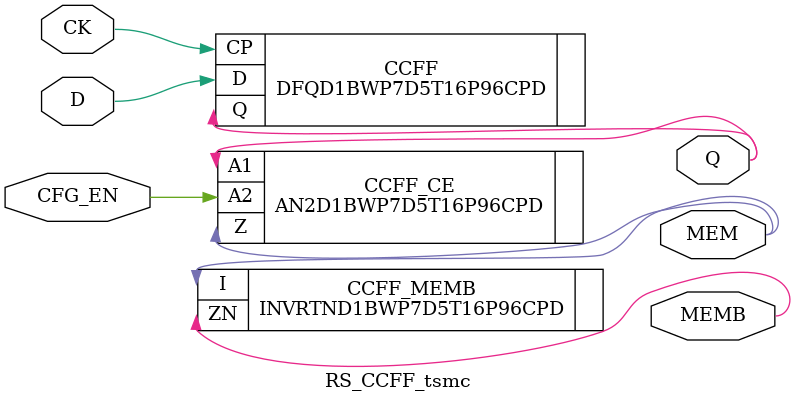
<source format=v>
`timescale 1ns/1ps
module RS_CCFF_tsmc (
  CFG_EN, // Config enable active, 0=configuration mode
  Q,      // Q output for shift chain
  CK,     // Clock Input
  D,      // Data Input
  MEM,    // connected to the datapath
  MEMB    // connected to the datapath
);

input D;
input CK;
input CFG_EN;
output Q;
output MEMB;
output MEM;

  // A=W*0.48
  // Total W =2.208
  INVRTND1BWP7D5T16P96CPD CCFF_MEMB (.I(MEM), .ZN(MEMB));            // W=0.192 um^2
  DFQD1BWP7D5T16P96CPD CCFF (.Q(Q), .CP(CK), .D(D));            // W=1.728 um^2
  AN2D1BWP7D5T16P96CPD CCFF_CE (.Z(MEM), .A1(Q), .A2(CFG_EN));  // W=0.480 um^2

endmodule

</source>
